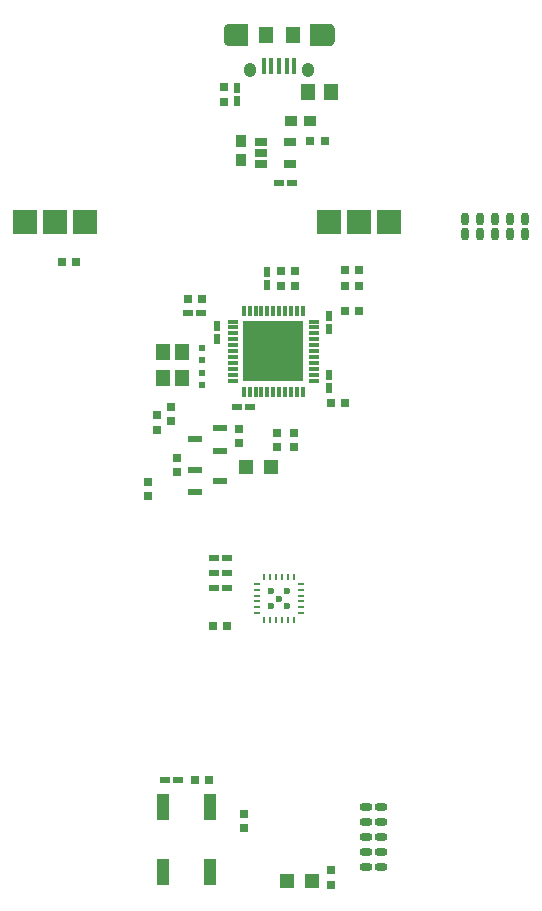
<source format=gtp>
%FSLAX43Y43*%
%MOMM*%
G71*
G01*
G75*
G04 Layer_Color=8421504*
%ADD10C,0.175*%
%ADD11C,0.300*%
%ADD12C,0.175*%
%ADD13C,0.300*%
%ADD14C,0.180*%
%ADD15C,0.220*%
%ADD16C,0.200*%
%ADD17R,1.000X0.950*%
%ADD18C,0.400*%
%ADD19R,0.400X1.350*%
%ADD20R,1.000X2.250*%
%ADD21R,1.150X1.400*%
%ADD22R,0.300X0.850*%
%ADD23R,0.850X0.300*%
%ADD24R,5.200X5.200*%
%ADD25R,2.600X2.600*%
%ADD26R,0.230X0.480*%
%ADD27R,0.480X0.230*%
%ADD28R,1.050X0.650*%
%ADD29R,1.300X0.600*%
%ADD30R,1.200X1.200*%
%ADD31R,1.200X1.350*%
%ADD32R,0.800X0.650*%
%ADD33R,0.500X0.600*%
%ADD34R,0.950X1.000*%
%ADD35R,0.600X0.900*%
%ADD36R,0.900X0.600*%
%ADD37R,0.650X0.800*%
%ADD38C,0.150*%
%ADD39C,0.500*%
%ADD40R,0.900X0.300*%
%ADD41R,1.800X1.900*%
G04:AMPARAMS|DCode=42|XSize=1.05mm|YSize=1.25mm|CornerRadius=0.525mm|HoleSize=0mm|Usage=FLASHONLY|Rotation=180.000|XOffset=0mm|YOffset=0mm|HoleType=Round|Shape=RoundedRectangle|*
%AMROUNDEDRECTD42*
21,1,1.050,0.200,0,0,180.0*
21,1,0.000,1.250,0,0,180.0*
1,1,1.050,0.000,0.100*
1,1,1.050,0.000,0.100*
1,1,1.050,0.000,-0.100*
1,1,1.050,0.000,-0.100*
%
%ADD42ROUNDEDRECTD42*%
G04:AMPARAMS|DCode=43|XSize=2.1mm|YSize=1.9mm|CornerRadius=0.494mm|HoleSize=0mm|Usage=FLASHONLY|Rotation=180.000|XOffset=0mm|YOffset=0mm|HoleType=Round|Shape=RoundedRectangle|*
%AMROUNDEDRECTD43*
21,1,2.100,0.912,0,0,180.0*
21,1,1.112,1.900,0,0,180.0*
1,1,0.988,-0.556,0.456*
1,1,0.988,0.556,0.456*
1,1,0.988,0.556,-0.456*
1,1,0.988,-0.556,-0.456*
%
%ADD43ROUNDEDRECTD43*%
%ADD44R,1.700X1.700*%
%ADD45C,1.700*%
%ADD46R,1.700X1.700*%
%ADD47O,0.800X1.100*%
%ADD48O,1.100X0.800*%
%ADD49C,1.524*%
%ADD50C,3.600*%
%ADD51C,0.550*%
%ADD52C,0.800*%
%ADD53C,1.016*%
%ADD54C,0.100*%
%ADD55R,12.000X12.000*%
%ADD56O,1.250X1.450*%
%ADD57O,1.425X2.100*%
%ADD58C,1.600*%
%ADD59C,1.250*%
G04:AMPARAMS|DCode=60|XSize=2.174mm|YSize=2.174mm|CornerRadius=0mm|HoleSize=0mm|Usage=FLASHONLY|Rotation=0.000|XOffset=0mm|YOffset=0mm|HoleType=Round|Shape=Relief|Width=0.254mm|Gap=0.254mm|Entries=4|*
%AMTHD60*
7,0,0,2.174,1.666,0.254,45*
%
%ADD60THD60*%
G04:AMPARAMS|DCode=61|XSize=2.524mm|YSize=2.524mm|CornerRadius=0mm|HoleSize=0mm|Usage=FLASHONLY|Rotation=0.000|XOffset=0mm|YOffset=0mm|HoleType=Round|Shape=Relief|Width=0.254mm|Gap=0.254mm|Entries=4|*
%AMTHD61*
7,0,0,2.524,2.016,0.254,45*
%
%ADD61THD61*%
%ADD62C,3.300*%
%ADD63C,0.850*%
%ADD64C,1.000*%
%ADD65C,0.254*%
%ADD66C,0.250*%
%ADD67C,1.420*%
%ADD68C,0.100*%
%ADD69C,0.050*%
%ADD70C,0.400*%
%ADD71R,3.248X0.599*%
%ADD72R,2.100X2.100*%
%ADD73O,0.750X1.100*%
%ADD74C,0.600*%
%ADD75O,1.100X0.750*%
%ADD76R,1.300X1.400*%
G36*
X27400Y72434D02*
X25800D01*
X25752Y72438D01*
X25699Y72445D01*
X25646Y72460D01*
X25603Y72476D01*
X25561Y72496D01*
X25517Y72524D01*
X25479Y72553D01*
X25440Y72587D01*
X25411Y72623D01*
X25383Y72660D01*
X25359Y72701D01*
X25339Y72743D01*
X25323Y72785D01*
X25311Y72836D01*
X25304Y72881D01*
X25300Y72934D01*
Y73834D01*
X25304Y73889D01*
X25312Y73934D01*
X25324Y73984D01*
X25340Y74024D01*
X25353Y74057D01*
X25378Y74100D01*
X25404Y74137D01*
X25435Y74175D01*
X25480Y74216D01*
X25520Y74246D01*
X25566Y74275D01*
X25619Y74299D01*
X25706Y74325D01*
X25800Y74334D01*
X27400D01*
Y72434D01*
D02*
G37*
G36*
X34248Y74330D02*
X34301Y74323D01*
X34354Y74308D01*
X34397Y74292D01*
X34439Y74272D01*
X34483Y74244D01*
X34521Y74215D01*
X34560Y74181D01*
X34589Y74145D01*
X34617Y74108D01*
X34641Y74067D01*
X34661Y74025D01*
X34677Y73983D01*
X34689Y73932D01*
X34696Y73887D01*
X34700Y73834D01*
Y72934D01*
X34696Y72879D01*
X34688Y72834D01*
X34676Y72784D01*
X34660Y72744D01*
X34647Y72711D01*
X34622Y72668D01*
X34596Y72631D01*
X34565Y72593D01*
X34520Y72552D01*
X34480Y72522D01*
X34434Y72493D01*
X34381Y72469D01*
X34294Y72443D01*
X34200Y72434D01*
X32600D01*
Y74334D01*
X34200D01*
X34248Y74330D01*
D02*
G37*
D17*
X32586Y66120D02*
D03*
X30986D02*
D03*
D19*
X28700Y70709D02*
D03*
X29350D02*
D03*
X30000D02*
D03*
X30650D02*
D03*
X31300D02*
D03*
D20*
X20125Y2534D02*
D03*
Y8034D02*
D03*
X24125D02*
D03*
Y2534D02*
D03*
D21*
X20200Y44308D02*
D03*
Y46508D02*
D03*
X21800D02*
D03*
Y44308D02*
D03*
D22*
X32000Y50034D02*
D03*
X31500D02*
D03*
X30000D02*
D03*
X29500D02*
D03*
X29000D02*
D03*
X28500D02*
D03*
X27000Y43184D02*
D03*
X27500D02*
D03*
X28000D02*
D03*
X28500D02*
D03*
X29000D02*
D03*
X29500D02*
D03*
X30000D02*
D03*
X30500D02*
D03*
X31000D02*
D03*
X31500D02*
D03*
X32000D02*
D03*
X31000Y50034D02*
D03*
X30500D02*
D03*
X28000D02*
D03*
X27500D02*
D03*
X27000D02*
D03*
D23*
X26075Y49109D02*
D03*
Y48609D02*
D03*
Y48109D02*
D03*
Y47609D02*
D03*
Y47109D02*
D03*
Y46609D02*
D03*
Y46109D02*
D03*
Y45609D02*
D03*
Y45109D02*
D03*
Y44609D02*
D03*
Y44109D02*
D03*
X32925D02*
D03*
Y44609D02*
D03*
Y47109D02*
D03*
Y47609D02*
D03*
Y48109D02*
D03*
Y48609D02*
D03*
Y49109D02*
D03*
Y46609D02*
D03*
Y45609D02*
D03*
Y45109D02*
D03*
Y46109D02*
D03*
D24*
X29500Y46609D02*
D03*
D26*
X28750Y27519D02*
D03*
X29250D02*
D03*
X29750D02*
D03*
X30250D02*
D03*
X30750D02*
D03*
X31250D02*
D03*
Y23799D02*
D03*
X30750D02*
D03*
X30250D02*
D03*
X29750D02*
D03*
X29250D02*
D03*
X28750D02*
D03*
D27*
X31860Y26909D02*
D03*
Y26409D02*
D03*
Y25909D02*
D03*
Y25409D02*
D03*
Y24909D02*
D03*
Y24409D02*
D03*
X28140D02*
D03*
Y24909D02*
D03*
Y25409D02*
D03*
Y25909D02*
D03*
Y26409D02*
D03*
Y26909D02*
D03*
D28*
X30918Y64345D02*
D03*
Y62439D02*
D03*
X28468D02*
D03*
Y63392D02*
D03*
Y64345D02*
D03*
D29*
X24985Y38179D02*
D03*
Y40079D02*
D03*
X22885Y39129D02*
D03*
Y36579D02*
D03*
Y34679D02*
D03*
X24985Y35629D02*
D03*
D30*
X32800Y1784D02*
D03*
X30700D02*
D03*
X29275Y36759D02*
D03*
X27175D02*
D03*
D31*
X32450Y68509D02*
D03*
X34350D02*
D03*
D32*
X11600Y54159D02*
D03*
X12800D02*
D03*
X24416Y23325D02*
D03*
X25616D02*
D03*
X34350Y42209D02*
D03*
X35550D02*
D03*
X24050Y10309D02*
D03*
X22850D02*
D03*
X22250Y50984D02*
D03*
X23450D02*
D03*
X35558Y52159D02*
D03*
X36758D02*
D03*
X35558Y53466D02*
D03*
X36758D02*
D03*
X35558Y50016D02*
D03*
X36758D02*
D03*
X33851Y64357D02*
D03*
X32651D02*
D03*
D33*
X23475Y46909D02*
D03*
X23475Y45859D02*
D03*
X23475Y44784D02*
D03*
X23475Y43734D02*
D03*
D34*
X26747Y62761D02*
D03*
Y64361D02*
D03*
D35*
X26458Y68885D02*
D03*
Y67785D02*
D03*
X34225Y49584D02*
D03*
Y48484D02*
D03*
X34250Y44609D02*
D03*
Y43509D02*
D03*
X28950Y52209D02*
D03*
Y53309D02*
D03*
X24775Y47609D02*
D03*
Y48709D02*
D03*
D36*
X24450Y26550D02*
D03*
X25550D02*
D03*
X20300Y10309D02*
D03*
X21400D02*
D03*
X23400Y49809D02*
D03*
X22300D02*
D03*
X27500Y41884D02*
D03*
X26400D02*
D03*
X25566Y27861D02*
D03*
X24466D02*
D03*
X25566Y29111D02*
D03*
X24466D02*
D03*
X29952Y60802D02*
D03*
X31052D02*
D03*
D37*
X18875Y34334D02*
D03*
Y35534D02*
D03*
X29800Y38509D02*
D03*
Y39709D02*
D03*
X31300Y38509D02*
D03*
Y39709D02*
D03*
X19625Y41159D02*
D03*
Y39959D02*
D03*
X20875Y41909D02*
D03*
Y40709D02*
D03*
X31350Y53359D02*
D03*
Y52159D02*
D03*
X30200Y53359D02*
D03*
Y52159D02*
D03*
X27025Y6209D02*
D03*
Y7409D02*
D03*
X26625Y40034D02*
D03*
Y38834D02*
D03*
X21375Y36384D02*
D03*
Y37584D02*
D03*
X34417Y2641D02*
D03*
Y1441D02*
D03*
X25315Y67735D02*
D03*
Y68935D02*
D03*
D42*
X32425Y70384D02*
D03*
X27575D02*
D03*
D43*
X33650Y73384D02*
D03*
X26350D02*
D03*
D72*
X8510Y57509D02*
D03*
X11050D02*
D03*
X13590D02*
D03*
X34235Y57509D02*
D03*
X36775D02*
D03*
X39315D02*
D03*
D73*
X45720Y56524D02*
D03*
Y57794D02*
D03*
X46990Y56524D02*
D03*
Y57794D02*
D03*
X48260Y56524D02*
D03*
Y57794D02*
D03*
X49530Y56524D02*
D03*
Y57794D02*
D03*
X50800Y56524D02*
D03*
Y57794D02*
D03*
D74*
X30000Y25659D02*
D03*
X30650Y26309D02*
D03*
X29350D02*
D03*
X30650Y25009D02*
D03*
X29350D02*
D03*
D75*
X38635Y2919D02*
D03*
X37365D02*
D03*
X38635Y4189D02*
D03*
X37365D02*
D03*
X38635Y5459D02*
D03*
X37365D02*
D03*
X38635Y6729D02*
D03*
X37365D02*
D03*
X38635Y7999D02*
D03*
X37365D02*
D03*
D76*
X31149Y73384D02*
D03*
X28851D02*
D03*
M02*

</source>
